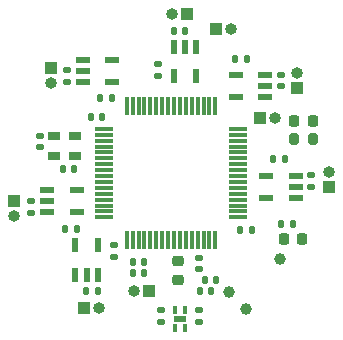
<source format=gts>
G04 #@! TF.GenerationSoftware,KiCad,Pcbnew,8.0.6*
G04 #@! TF.CreationDate,2025-07-21T23:46:33+02:00*
G04 #@! TF.ProjectId,STM32,53544d33-322e-46b6-9963-61645f706362,rev?*
G04 #@! TF.SameCoordinates,Original*
G04 #@! TF.FileFunction,Soldermask,Top*
G04 #@! TF.FilePolarity,Negative*
%FSLAX46Y46*%
G04 Gerber Fmt 4.6, Leading zero omitted, Abs format (unit mm)*
G04 Created by KiCad (PCBNEW 8.0.6) date 2025-07-21 23:46:33*
%MOMM*%
%LPD*%
G01*
G04 APERTURE LIST*
G04 Aperture macros list*
%AMRoundRect*
0 Rectangle with rounded corners*
0 $1 Rounding radius*
0 $2 $3 $4 $5 $6 $7 $8 $9 X,Y pos of 4 corners*
0 Add a 4 corners polygon primitive as box body*
4,1,4,$2,$3,$4,$5,$6,$7,$8,$9,$2,$3,0*
0 Add four circle primitives for the rounded corners*
1,1,$1+$1,$2,$3*
1,1,$1+$1,$4,$5*
1,1,$1+$1,$6,$7*
1,1,$1+$1,$8,$9*
0 Add four rect primitives between the rounded corners*
20,1,$1+$1,$2,$3,$4,$5,0*
20,1,$1+$1,$4,$5,$6,$7,0*
20,1,$1+$1,$6,$7,$8,$9,0*
20,1,$1+$1,$8,$9,$2,$3,0*%
G04 Aperture macros list end*
%ADD10RoundRect,0.140000X0.140000X0.170000X-0.140000X0.170000X-0.140000X-0.170000X0.140000X-0.170000X0*%
%ADD11RoundRect,0.140000X-0.170000X0.140000X-0.170000X-0.140000X0.170000X-0.140000X0.170000X0.140000X0*%
%ADD12RoundRect,0.140000X-0.140000X-0.170000X0.140000X-0.170000X0.140000X0.170000X-0.140000X0.170000X0*%
%ADD13RoundRect,0.200000X0.200000X0.275000X-0.200000X0.275000X-0.200000X-0.275000X0.200000X-0.275000X0*%
%ADD14R,1.250000X0.500000*%
%ADD15R,0.304800X0.711200*%
%ADD16R,1.092200X0.508000*%
%ADD17R,0.990600X0.736600*%
%ADD18RoundRect,0.075000X-0.700000X-0.075000X0.700000X-0.075000X0.700000X0.075000X-0.700000X0.075000X0*%
%ADD19RoundRect,0.075000X-0.075000X-0.700000X0.075000X-0.700000X0.075000X0.700000X-0.075000X0.700000X0*%
%ADD20R,0.500000X1.250000*%
%ADD21R,1.000000X1.000000*%
%ADD22O,1.000000X1.000000*%
%ADD23RoundRect,0.135000X0.135000X0.185000X-0.135000X0.185000X-0.135000X-0.185000X0.135000X-0.185000X0*%
%ADD24RoundRect,0.140000X0.170000X-0.140000X0.170000X0.140000X-0.170000X0.140000X-0.170000X-0.140000X0*%
%ADD25RoundRect,0.218750X0.256250X-0.218750X0.256250X0.218750X-0.256250X0.218750X-0.256250X-0.218750X0*%
%ADD26RoundRect,0.135000X-0.185000X0.135000X-0.185000X-0.135000X0.185000X-0.135000X0.185000X0.135000X0*%
%ADD27RoundRect,0.218750X-0.218750X-0.256250X0.218750X-0.256250X0.218750X0.256250X-0.218750X0.256250X0*%
%ADD28RoundRect,0.135000X0.185000X-0.135000X0.185000X0.135000X-0.185000X0.135000X-0.185000X-0.135000X0*%
%ADD29RoundRect,0.135000X-0.135000X-0.185000X0.135000X-0.185000X0.135000X0.185000X-0.135000X0.185000X0*%
%ADD30C,0.990600*%
G04 APERTURE END LIST*
D10*
X139400000Y-94580000D03*
X138440000Y-94580000D03*
D11*
X130566399Y-83005000D03*
X130566399Y-83965000D03*
D12*
X134510000Y-96090000D03*
X135470000Y-96090000D03*
D13*
X153710000Y-83260000D03*
X152060000Y-83260000D03*
D14*
X134195000Y-76527500D03*
X134195000Y-77477500D03*
X134195000Y-78427500D03*
X136695000Y-78427500D03*
X136695000Y-76527500D03*
D11*
X129830000Y-88540000D03*
X129830000Y-89500000D03*
D15*
X142830049Y-97730699D03*
X142029949Y-97730697D03*
X142029951Y-99229301D03*
X142830051Y-99229303D03*
D16*
X142430000Y-98480000D03*
D17*
X131782798Y-82960000D03*
X131782799Y-84690000D03*
X133510000Y-84690000D03*
X133509999Y-82960000D03*
D18*
X135995000Y-82390000D03*
X135995000Y-82890000D03*
X135995000Y-83390000D03*
X135995000Y-83890000D03*
X135995000Y-84390000D03*
X135995000Y-84890000D03*
X135995000Y-85390000D03*
X135995000Y-85890000D03*
X135995000Y-86390000D03*
X135995000Y-86890000D03*
X135995000Y-87390000D03*
X135995000Y-87890000D03*
X135995000Y-88390000D03*
X135995000Y-88890000D03*
X135995000Y-89390000D03*
X135995000Y-89890000D03*
D19*
X137920000Y-91815000D03*
X138420000Y-91815000D03*
X138920000Y-91815000D03*
X139420000Y-91815000D03*
X139920000Y-91815000D03*
X140420000Y-91815000D03*
X140920000Y-91815000D03*
X141420000Y-91815000D03*
X141920000Y-91815000D03*
X142420000Y-91815000D03*
X142920000Y-91815000D03*
X143420000Y-91815000D03*
X143920000Y-91815000D03*
X144420000Y-91815000D03*
X144920000Y-91815000D03*
X145420000Y-91815000D03*
D18*
X147345000Y-89890000D03*
X147345000Y-89390000D03*
X147345000Y-88890000D03*
X147345000Y-88390000D03*
X147345000Y-87890000D03*
X147345000Y-87390000D03*
X147345000Y-86890000D03*
X147345000Y-86390000D03*
X147345000Y-85890000D03*
X147345000Y-85390000D03*
X147345000Y-84890000D03*
X147345000Y-84390000D03*
X147345000Y-83890000D03*
X147345000Y-83390000D03*
X147345000Y-82890000D03*
X147345000Y-82390000D03*
D19*
X145420000Y-80465000D03*
X144920000Y-80465000D03*
X144420000Y-80465000D03*
X143920000Y-80465000D03*
X143420000Y-80465000D03*
X142920000Y-80465000D03*
X142420000Y-80465000D03*
X141920000Y-80465000D03*
X141420000Y-80465000D03*
X140920000Y-80465000D03*
X140420000Y-80465000D03*
X139920000Y-80465000D03*
X139420000Y-80465000D03*
X138920000Y-80465000D03*
X138420000Y-80465000D03*
X137920000Y-80465000D03*
D20*
X143809996Y-75430004D03*
X142859998Y-75430002D03*
X141909996Y-75430001D03*
X141910000Y-77930000D03*
X143810000Y-77930003D03*
D10*
X139390000Y-93660000D03*
X138430000Y-93660000D03*
D21*
X134290000Y-97525000D03*
D22*
X135560001Y-97525000D03*
D23*
X151340000Y-84970001D03*
X150320000Y-84969999D03*
D14*
X149639998Y-79709998D03*
X149640000Y-78760000D03*
X149640001Y-77809999D03*
X147140002Y-77810002D03*
X147139999Y-79710001D03*
D12*
X144130000Y-96130000D03*
X145090000Y-96130000D03*
D10*
X135860000Y-81410000D03*
X134900000Y-81410000D03*
D24*
X150990000Y-78770000D03*
X150990000Y-77810000D03*
X153550000Y-87289998D03*
X153550000Y-86329998D03*
D25*
X142270000Y-95177501D03*
X142270000Y-93602499D03*
D26*
X140550000Y-76890000D03*
X140550000Y-77910000D03*
D14*
X131170000Y-87550000D03*
X131170000Y-88500000D03*
X131170000Y-89450000D03*
X133670000Y-89450000D03*
X133670000Y-87550000D03*
D27*
X151194998Y-91730000D03*
X152770000Y-91730000D03*
D14*
X152209998Y-88289998D03*
X152210000Y-87340000D03*
X152210001Y-86389999D03*
X149710002Y-86390002D03*
X149709999Y-88290001D03*
D28*
X136809999Y-93280000D03*
X136810001Y-92260000D03*
D21*
X131490000Y-77277500D03*
D22*
X131490000Y-78547500D03*
D21*
X152304998Y-78975001D03*
D22*
X152304998Y-77705000D03*
D12*
X144540000Y-95180000D03*
X145500000Y-95180000D03*
D29*
X135675000Y-79817500D03*
X136695000Y-79817500D03*
D11*
X144070000Y-93300000D03*
X144070000Y-94260000D03*
D10*
X133476399Y-85835000D03*
X132516399Y-85835000D03*
D20*
X133580002Y-94749998D03*
X134530000Y-94750000D03*
X135480002Y-94750002D03*
X135479998Y-92250002D03*
X133579998Y-92249998D03*
D21*
X155014999Y-87304999D03*
D22*
X155014999Y-86034998D03*
D29*
X132670000Y-90870000D03*
X133690000Y-90870000D03*
D26*
X140789952Y-97729301D03*
X140789950Y-98749301D03*
D12*
X147550000Y-90960000D03*
X148510000Y-90960000D03*
D26*
X144049952Y-97729301D03*
X144049950Y-98749301D03*
D21*
X139800001Y-96140001D03*
D22*
X138530000Y-96140001D03*
D23*
X148140000Y-76450001D03*
X147120000Y-76449999D03*
D21*
X143024997Y-72630000D03*
D22*
X141754996Y-72630000D03*
D11*
X132855000Y-77427500D03*
X132855000Y-78387500D03*
D23*
X151962499Y-90460001D03*
X150942499Y-90459999D03*
D10*
X142850000Y-74080000D03*
X141890000Y-74080000D03*
D21*
X149215001Y-81490000D03*
D22*
X150485002Y-81490000D03*
D27*
X152097499Y-81740000D03*
X153672501Y-81740000D03*
D21*
X128380000Y-88470000D03*
D22*
X128380000Y-89740000D03*
D21*
X145434999Y-73969999D03*
D22*
X146705000Y-73969999D03*
D30*
X150873094Y-93374935D03*
X147999407Y-97685459D03*
X146562566Y-96248618D03*
M02*

</source>
